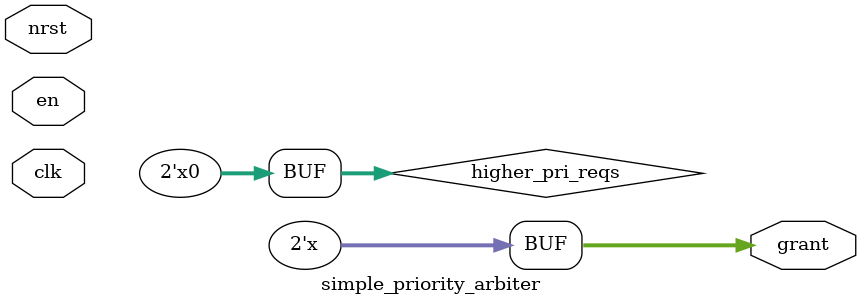
<source format=sv>
module simple_priority_arbiter #(
   parameter STREAM_COUNT = 2
) (
   input  logic                    clk,
   input  logic                    nrst,
   input  logic                    en,
   output logic [STREAM_COUNT-1:0] grant
);

logic [STREAM_COUNT-1:0] higher_pri_reqs;

assign higher_pri_reqs[STREAM_COUNT-1:1] = higher_pri_reqs[STREAM_COUNT-2:0] | req[STREAM_COUNT-2:0];
assign higher_pri_reqs[0] = 1'b0;
assign grant[N-1:0] = req[STREAM_COUNT-1:0] & ~higher_pri_reqs[STREAM_COUNT-1:0];

/*assign higher_pri_reqs[0] = 1'b0;
generate
    for (genvar i=1; i<STREAM_COUNT; i++) begin
        assign higher_pri_reqs[i] = |req[i-1:0];
    end
endgenerate
assign grant = req & ~higher_pri_reqs;*/

endmodule
</source>
